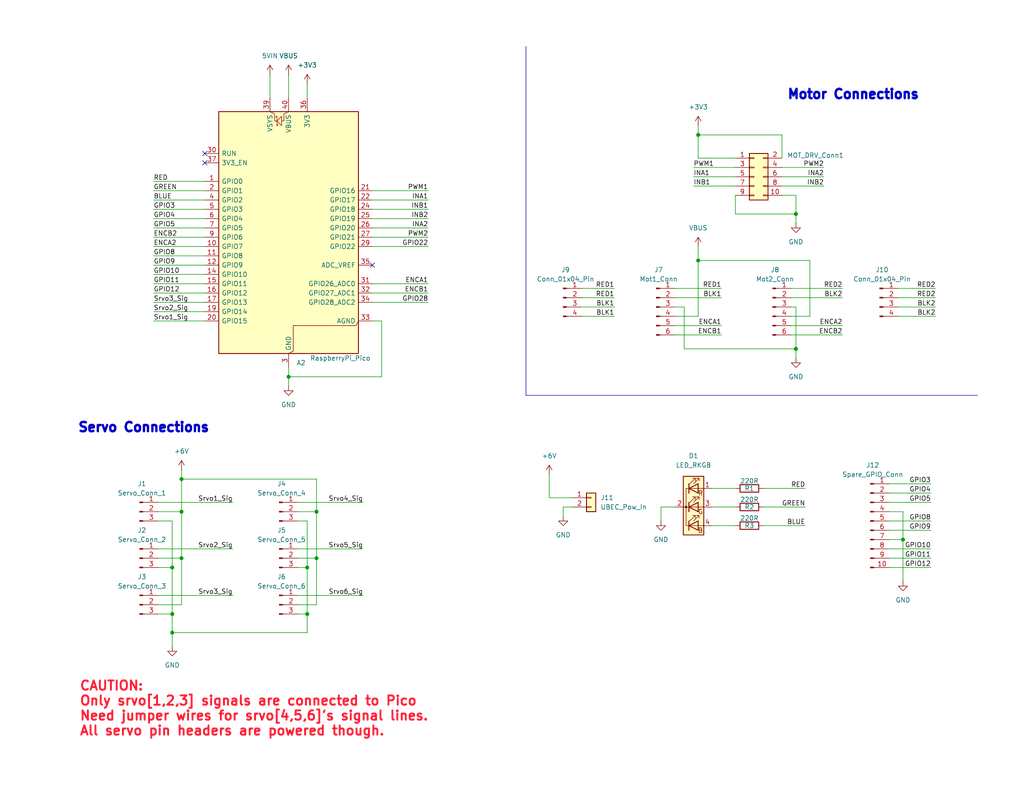
<source format=kicad_sch>
(kicad_sch (version 20250114) (generator "eeschema") (generator_version "9.0")
  (paper "USLetter")
  (lib_symbols
    (symbol "Connector:Conn_01x03_Pin" (pin_names (offset 1.016) (hide yes))
      (property "Reference" "J" (at 0 5.08 0))
      (property "Value" "Conn_01x03_Pin" (at 0 -5.08 0))
      (symbol "Conn_01x03_Pin_1_1"
        (rectangle (start 0.8636 2.667) (end 0 2.413) (stroke (width 0.1524)) (fill (type outline)))
        (rectangle (start 0.8636 0.127) (end 0 -0.127) (stroke (width 0.1524)) (fill (type outline)))
        (rectangle (start 0.8636 -2.413) (end 0 -2.667) (stroke (width 0.1524)) (fill (type outline)))
        (polyline (pts (xy 1.27 2.54) (xy 0.8636 2.54)) (stroke (width 0.1524)))
        (polyline (pts (xy 1.27 0) (xy 0.8636 0)) (stroke (width 0.1524)))
        (polyline (pts (xy 1.27 -2.54) (xy 0.8636 -2.54)) (stroke (width 0.1524)))
        (pin passive line (at 5.08 2.54 180) (length 3.81) (name "Pin_1") (number "1"))
        (pin passive line (at 5.08 0 180) (length 3.81) (name "Pin_2") (number "2"))
        (pin passive line (at 5.08 -2.54 180) (length 3.81) (name "Pin_3") (number "3"))
      )
    )
    (symbol "Connector:Conn_01x04_Pin" (pin_names (offset 1.016) (hide yes))
      (property "Reference" "J" (at 0 5.08 0))
      (property "Value" "Conn_01x04_Pin" (at 0 -7.62 0))
      (symbol "Conn_01x04_Pin_1_1"
        (rectangle (start 0.8636 2.667) (end 0 2.413) (stroke (width 0.1524)) (fill (type outline)))
        (rectangle (start 0.8636 0.127) (end 0 -0.127) (stroke (width 0.1524)) (fill (type outline)))
        (rectangle (start 0.8636 -2.413) (end 0 -2.667) (stroke (width 0.1524)) (fill (type outline)))
        (rectangle (start 0.8636 -4.953) (end 0 -5.207) (stroke (width 0.1524)) (fill (type outline)))
        (polyline (pts (xy 1.27 2.54) (xy 0.8636 2.54)) (stroke (width 0.1524)))
        (polyline (pts (xy 1.27 0) (xy 0.8636 0)) (stroke (width 0.1524)))
        (polyline (pts (xy 1.27 -2.54) (xy 0.8636 -2.54)) (stroke (width 0.1524)))
        (polyline (pts (xy 1.27 -5.08) (xy 0.8636 -5.08)) (stroke (width 0.1524)))
        (pin passive line (at 5.08 2.54 180) (length 3.81) (name "Pin_1") (number "1"))
        (pin passive line (at 5.08 0 180) (length 3.81) (name "Pin_2") (number "2"))
        (pin passive line (at 5.08 -2.54 180) (length 3.81) (name "Pin_3") (number "3"))
        (pin passive line (at 5.08 -5.08 180) (length 3.81) (name "Pin_4") (number "4"))
      )
    )
    (symbol "Connector:Conn_01x06_Pin" (pin_names (offset 1.016) (hide yes))
      (property "Reference" "J" (at 0 7.62 0))
      (property "Value" "Conn_01x06_Pin" (at 0 -10.16 0))
      (symbol "Conn_01x06_Pin_1_1"
        (rectangle (start 0.8636 5.207) (end 0 4.953) (stroke (width 0.1524)) (fill (type outline)))
        (rectangle (start 0.8636 2.667) (end 0 2.413) (stroke (width 0.1524)) (fill (type outline)))
        (rectangle (start 0.8636 0.127) (end 0 -0.127) (stroke (width 0.1524)) (fill (type outline)))
        (rectangle (start 0.8636 -2.413) (end 0 -2.667) (stroke (width 0.1524)) (fill (type outline)))
        (rectangle (start 0.8636 -4.953) (end 0 -5.207) (stroke (width 0.1524)) (fill (type outline)))
        (rectangle (start 0.8636 -7.493) (end 0 -7.747) (stroke (width 0.1524)) (fill (type outline)))
        (polyline (pts (xy 1.27 5.08) (xy 0.8636 5.08)) (stroke (width 0.1524)))
        (polyline (pts (xy 1.27 2.54) (xy 0.8636 2.54)) (stroke (width 0.1524)))
        (polyline (pts (xy 1.27 0) (xy 0.8636 0)) (stroke (width 0.1524)))
        (polyline (pts (xy 1.27 -2.54) (xy 0.8636 -2.54)) (stroke (width 0.1524)))
        (polyline (pts (xy 1.27 -5.08) (xy 0.8636 -5.08)) (stroke (width 0.1524)))
        (polyline (pts (xy 1.27 -7.62) (xy 0.8636 -7.62)) (stroke (width 0.1524)))
        (pin passive line (at 5.08 5.08 180) (length 3.81) (name "Pin_1") (number "1"))
        (pin passive line (at 5.08 2.54 180) (length 3.81) (name "Pin_2") (number "2"))
        (pin passive line (at 5.08 0 180) (length 3.81) (name "Pin_3") (number "3"))
        (pin passive line (at 5.08 -2.54 180) (length 3.81) (name "Pin_4") (number "4"))
        (pin passive line (at 5.08 -5.08 180) (length 3.81) (name "Pin_5") (number "5"))
        (pin passive line (at 5.08 -7.62 180) (length 3.81) (name "Pin_6") (number "6"))
      )
    )
    (symbol "Connector:Conn_01x10_Pin" (pin_names (offset 1.016) (hide yes))
      (property "Reference" "J" (at 0 12.7 0))
      (property "Value" "Conn_01x10_Pin" (at 0 -15.24 0))
      (symbol "Conn_01x10_Pin_1_1"
        (rectangle (start 0.8636 10.287) (end 0 10.033) (stroke (width 0.1524)) (fill (type outline)))
        (rectangle (start 0.8636 7.747) (end 0 7.493) (stroke (width 0.1524)) (fill (type outline)))
        (rectangle (start 0.8636 5.207) (end 0 4.953) (stroke (width 0.1524)) (fill (type outline)))
        (rectangle (start 0.8636 2.667) (end 0 2.413) (stroke (width 0.1524)) (fill (type outline)))
        (rectangle (start 0.8636 0.127) (end 0 -0.127) (stroke (width 0.1524)) (fill (type outline)))
        (rectangle (start 0.8636 -2.413) (end 0 -2.667) (stroke (width 0.1524)) (fill (type outline)))
        (rectangle (start 0.8636 -4.953) (end 0 -5.207) (stroke (width 0.1524)) (fill (type outline)))
        (rectangle (start 0.8636 -7.493) (end 0 -7.747) (stroke (width 0.1524)) (fill (type outline)))
        (rectangle (start 0.8636 -10.033) (end 0 -10.287) (stroke (width 0.1524)) (fill (type outline)))
        (rectangle (start 0.8636 -12.573) (end 0 -12.827) (stroke (width 0.1524)) (fill (type outline)))
        (polyline (pts (xy 1.27 10.16) (xy 0.8636 10.16)) (stroke (width 0.1524)))
        (polyline (pts (xy 1.27 7.62) (xy 0.8636 7.62)) (stroke (width 0.1524)))
        (polyline (pts (xy 1.27 5.08) (xy 0.8636 5.08)) (stroke (width 0.1524)))
        (polyline (pts (xy 1.27 2.54) (xy 0.8636 2.54)) (stroke (width 0.1524)))
        (polyline (pts (xy 1.27 0) (xy 0.8636 0)) (stroke (width 0.1524)))
        (polyline (pts (xy 1.27 -2.54) (xy 0.8636 -2.54)) (stroke (width 0.1524)))
        (polyline (pts (xy 1.27 -5.08) (xy 0.8636 -5.08)) (stroke (width 0.1524)))
        (polyline (pts (xy 1.27 -7.62) (xy 0.8636 -7.62)) (stroke (width 0.1524)))
        (polyline (pts (xy 1.27 -10.16) (xy 0.8636 -10.16)) (stroke (width 0.1524)))
        (polyline (pts (xy 1.27 -12.7) (xy 0.8636 -12.7)) (stroke (width 0.1524)))
        (pin passive line (at 5.08 10.16 180) (length 3.81) (name "Pin_1") (number "1"))
        (pin passive line (at 5.08 7.62 180) (length 3.81) (name "Pin_2") (number "2"))
        (pin passive line (at 5.08 5.08 180) (length 3.81) (name "Pin_3") (number "3"))
        (pin passive line (at 5.08 2.54 180) (length 3.81) (name "Pin_4") (number "4"))
        (pin passive line (at 5.08 0 180) (length 3.81) (name "Pin_5") (number "5"))
        (pin passive line (at 5.08 -2.54 180) (length 3.81) (name "Pin_6") (number "6"))
        (pin passive line (at 5.08 -5.08 180) (length 3.81) (name "Pin_7") (number "7"))
        (pin passive line (at 5.08 -7.62 180) (length 3.81) (name "Pin_8") (number "8"))
        (pin passive line (at 5.08 -10.16 180) (length 3.81) (name "Pin_9") (number "9"))
        (pin passive line (at 5.08 -12.7 180) (length 3.81) (name "Pin_10") (number "10"))
      )
    )
    (symbol "Connector_Generic:Conn_01x02" (pin_names (offset 1.016) (hide yes))
      (property "Reference" "J" (at 0 2.54 0))
      (property "Value" "Conn_01x02" (at 0 -5.08 0))
      (symbol "Conn_01x02_1_1"
        (rectangle (start -1.27 1.27) (end 1.27 -3.81) (stroke (width 0.254)) (fill (type background)))
        (rectangle (start -1.27 0.127) (end 0 -0.127) (stroke (width 0.1524)))
        (rectangle (start -1.27 -2.413) (end 0 -2.667) (stroke (width 0.1524)))
        (pin passive line (at -5.08 0 0) (length 3.81) (name "Pin_1") (number "1"))
        (pin passive line (at -5.08 -2.54 0) (length 3.81) (name "Pin_2") (number "2"))
      )
    )
    (symbol "Connector_Generic:Conn_02x05_Odd_Even" (pin_names (offset 1.016) (hide yes))
      (property "Reference" "J" (at 1.27 7.62 0))
      (property "Value" "Conn_02x05_Odd_Even" (at 1.27 -7.62 0))
      (symbol "Conn_02x05_Odd_Even_1_1"
        (rectangle (start -1.27 6.35) (end 3.81 -6.35) (stroke (width 0.254)) (fill (type background)))
        (rectangle (start -1.27 5.207) (end 0 4.953) (stroke (width 0.1524)))
        (rectangle (start -1.27 2.667) (end 0 2.413) (stroke (width 0.1524)))
        (rectangle (start -1.27 0.127) (end 0 -0.127) (stroke (width 0.1524)))
        (rectangle (start -1.27 -2.413) (end 0 -2.667) (stroke (width 0.1524)))
        (rectangle (start -1.27 -4.953) (end 0 -5.207) (stroke (width 0.1524)))
        (rectangle (start 3.81 5.207) (end 2.54 4.953) (stroke (width 0.1524)))
        (rectangle (start 3.81 2.667) (end 2.54 2.413) (stroke (width 0.1524)))
        (rectangle (start 3.81 0.127) (end 2.54 -0.127) (stroke (width 0.1524)))
        (rectangle (start 3.81 -2.413) (end 2.54 -2.667) (stroke (width 0.1524)))
        (rectangle (start 3.81 -4.953) (end 2.54 -5.207) (stroke (width 0.1524)))
        (pin passive line (at -5.08 5.08 0) (length 3.81) (name "Pin_1") (number "1"))
        (pin passive line (at -5.08 2.54 0) (length 3.81) (name "Pin_3") (number "3"))
        (pin passive line (at -5.08 0 0) (length 3.81) (name "Pin_5") (number "5"))
        (pin passive line (at -5.08 -2.54 0) (length 3.81) (name "Pin_7") (number "7"))
        (pin passive line (at -5.08 -5.08 0) (length 3.81) (name "Pin_9") (number "9"))
        (pin passive line (at 7.62 5.08 180) (length 3.81) (name "Pin_2") (number "2"))
        (pin passive line (at 7.62 2.54 180) (length 3.81) (name "Pin_4") (number "4"))
        (pin passive line (at 7.62 0 180) (length 3.81) (name "Pin_6") (number "6"))
        (pin passive line (at 7.62 -2.54 180) (length 3.81) (name "Pin_8") (number "8"))
        (pin passive line (at 7.62 -5.08 180) (length 3.81) (name "Pin_10") (number "10"))
      )
    )
    (symbol "Device:LED_RKGB" (pin_names (offset 0) (hide yes))
      (property "Reference" "D" (at 0 9.398 0))
      (property "Value" "LED_RKGB" (at 0 -8.89 0))
      (symbol "LED_RKGB_0_0"
        (text "R" (at 1.905 3.81 0) (effects (font (size 1.27 1.27))))
        (text "G" (at 1.905 -1.27 0) (effects (font (size 1.27 1.27))))
        (text "B" (at 1.905 -6.35 0) (effects (font (size 1.27 1.27))))
      )
      (symbol "LED_RKGB_0_1"
        (circle (center -2.032 0) (radius 0.254) (fill (type outline)))
        (polyline (pts (xy -1.27 6.35) (xy -1.27 3.81)) (stroke (width 0.254)))
        (polyline (pts (xy -1.27 6.35) (xy -1.27 3.81) (xy -1.27 3.81)))
        (polyline (pts (xy -1.27 5.08) (xy 1.27 5.08)))
        (polyline (pts (xy -1.27 5.08) (xy -2.032 5.08) (xy -2.032 -5.08) (xy -1.016 -5.08)))
        (polyline (pts (xy -1.27 1.27) (xy -1.27 -1.27)) (stroke (width 0.254)))
        (polyline (pts (xy -1.27 1.27) (xy -1.27 -1.27) (xy -1.27 -1.27)))
        (polyline (pts (xy -1.27 0) (xy -2.54 0)))
        (polyline (pts (xy -1.27 -3.81) (xy -1.27 -6.35)) (stroke (width 0.254)))
        (polyline (pts (xy -1.27 -5.08) (xy 1.27 -5.08)))
        (polyline (pts (xy -1.016 6.35) (xy 0.508 7.874) (xy -0.254 7.874) (xy 0.508 7.874) (xy 0.508 7.112)))
        (polyline (pts (xy -1.016 1.27) (xy 0.508 2.794) (xy -0.254 2.794) (xy 0.508 2.794) (xy 0.508 2.032)))
        (polyline (pts (xy -1.016 -3.81) (xy 0.508 -2.286) (xy -0.254 -2.286) (xy 0.508 -2.286) (xy 0.508 -3.048)))
        (polyline (pts (xy 0 6.35) (xy 1.524 7.874) (xy 0.762 7.874) (xy 1.524 7.874) (xy 1.524 7.112)))
        (polyline (pts (xy 0 1.27) (xy 1.524 2.794) (xy 0.762 2.794) (xy 1.524 2.794) (xy 1.524 2.032)))
        (polyline (pts (xy 0 -3.81) (xy 1.524 -2.286) (xy 0.762 -2.286) (xy 1.524 -2.286) (xy 1.524 -3.048)))
        (polyline (pts (xy 1.27 6.35) (xy 1.27 3.81) (xy -1.27 5.08) (xy 1.27 6.35)) (stroke (width 0.254)))
        (rectangle (start 1.27 6.35) (end 1.27 6.35))
        (polyline (pts (xy 1.27 5.08) (xy 2.54 5.08)))
        (rectangle (start 1.27 3.81) (end 1.27 6.35))
        (polyline (pts (xy 1.27 1.27) (xy 1.27 -1.27) (xy -1.27 0) (xy 1.27 1.27)) (stroke (width 0.254)))
        (rectangle (start 1.27 1.27) (end 1.27 1.27))
        (polyline (pts (xy 1.27 0) (xy -1.27 0)))
        (polyline (pts (xy 1.27 0) (xy 2.54 0)))
        (rectangle (start 1.27 -1.27) (end 1.27 1.27))
        (polyline (pts (xy 1.27 -3.81) (xy 1.27 -6.35) (xy -1.27 -5.08) (xy 1.27 -3.81)) (stroke (width 0.254)))
        (polyline (pts (xy 1.27 -5.08) (xy 2.54 -5.08)))
        (rectangle (start 2.794 8.382) (end -2.794 -7.62) (stroke (width 0.254)) (fill (type background)))
      )
      (symbol "LED_RKGB_1_1"
        (pin passive line (at -5.08 0 0) (length 2.54) (name "K") (number "2"))
        (pin passive line (at 5.08 5.08 180) (length 2.54) (name "RA") (number "1"))
        (pin passive line (at 5.08 0 180) (length 2.54) (name "GA") (number "3"))
        (pin passive line (at 5.08 -5.08 180) (length 2.54) (name "BA") (number "4"))
      )
    )
    (symbol "Device:R" (pin_numbers (hide yes)) (pin_names (offset 0))
      (property "Reference" "R" (at 2.032 0 90))
      (property "Value" "R" (at 0 0 90))
      (symbol "R_0_1"
        (rectangle (start -1.016 -2.54) (end 1.016 2.54) (stroke (width 0.254)))
      )
      (symbol "R_1_1"
        (pin passive line (at 0 3.81 270) (length 1.27) (name "~") (number "1"))
        (pin passive line (at 0 -3.81 90) (length 1.27) (name "~") (number "2"))
      )
    )
    (symbol "MCU_Module:RaspberryPi_Pico" (pin_names (offset 0.762))
      (property "Reference" "A" (at -19.05 35.56 0))
      (property "Value" "RaspberryPi_Pico" (at 7.62 35.56 0))
      (symbol "RaspberryPi_Pico_0_1"
        (rectangle (start -19.05 34.29) (end 19.05 -31.75) (stroke (width 0.254)) (fill (type background)))
        (polyline (pts (xy -5.08 34.29) (xy -3.81 33.655) (xy -3.81 31.75) (xy -3.175 31.75)))
        (polyline (pts (xy -3.429 32.766) (xy -3.429 33.02) (xy -3.175 33.02) (xy -3.175 30.48) (xy -2.921 30.48) (xy -2.921 30.734)))
        (polyline (pts (xy -3.175 31.75) (xy -1.905 33.02) (xy -1.905 30.48) (xy -3.175 31.75)))
        (polyline (pts (xy 0 34.29) (xy -1.27 33.655) (xy -1.27 31.75) (xy -1.905 31.75)))
        (polyline (pts (xy 0 -31.75) (xy 1.27 -31.115) (xy 1.27 -24.13) (xy 18.415 -24.13) (xy 19.05 -22.86)))
      )
      (symbol "RaspberryPi_Pico_1_1"
        (pin passive line (at -22.86 22.86 0) (length 3.81) (name "RUN") (number "30"))
        (pin passive line (at -22.86 20.32 0) (length 3.81) (name "3V3_EN") (number "37"))
        (pin bidirectional line (at -22.86 15.24 0) (length 3.81) (name "GPIO0") (number "1"))
        (pin bidirectional line (at -22.86 12.7 0) (length 3.81) (name "GPIO1") (number "2"))
        (pin bidirectional line (at -22.86 10.16 0) (length 3.81) (name "GPIO2") (number "4"))
        (pin bidirectional line (at -22.86 7.62 0) (length 3.81) (name "GPIO3") (number "5"))
        (pin bidirectional line (at -22.86 5.08 0) (length 3.81) (name "GPIO4") (number "6"))
        (pin bidirectional line (at -22.86 2.54 0) (length 3.81) (name "GPIO5") (number "7"))
        (pin bidirectional line (at -22.86 0 0) (length 3.81) (name "GPIO6") (number "9"))
        (pin bidirectional line (at -22.86 -2.54 0) (length 3.81) (name "GPIO7") (number "10"))
        (pin bidirectional line (at -22.86 -5.08 0) (length 3.81) (name "GPIO8") (number "11"))
        (pin bidirectional line (at -22.86 -7.62 0) (length 3.81) (name "GPIO9") (number "12"))
        (pin bidirectional line (at -22.86 -10.16 0) (length 3.81) (name "GPIO10") (number "14"))
        (pin bidirectional line (at -22.86 -12.7 0) (length 3.81) (name "GPIO11") (number "15"))
        (pin bidirectional line (at -22.86 -15.24 0) (length 3.81) (name "GPIO12") (number "16"))
        (pin bidirectional line (at -22.86 -17.78 0) (length 3.81) (name "GPIO13") (number "17"))
        (pin bidirectional line (at -22.86 -20.32 0) (length 3.81) (name "GPIO14") (number "19"))
        (pin bidirectional line (at -22.86 -22.86 0) (length 3.81) (name "GPIO15") (number "20"))
        (pin power_in line (at -5.08 38.1 270) (length 3.81) (name "VSYS") (number "39"))
        (pin power_out line (at 0 38.1 270) (length 3.81) (name "VBUS") (number "40"))
        (pin passive line (at 0 -35.56 90) (length 3.81) (hide yes) (name "GND") (number "13"))
        (pin passive line (at 0 -35.56 90) (length 3.81) (hide yes) (name "GND") (number "18"))
        (pin passive line (at 0 -35.56 90) (length 3.81) (hide yes) (name "GND") (number "23"))
        (pin passive line (at 0 -35.56 90) (length 3.81) (hide yes) (name "GND") (number "28"))
        (pin power_out line (at 0 -35.56 90) (length 3.81) (name "GND") (number "3"))
        (pin passive line (at 0 -35.56 90) (length 3.81) (hide yes) (name "GND") (number "38"))
        (pin passive line (at 0 -35.56 90) (length 3.81) (hide yes) (name "GND") (number "8"))
        (pin power_out line (at 5.08 38.1 270) (length 3.81) (name "3V3") (number "36"))
        (pin bidirectional line (at 22.86 12.7 180) (length 3.81) (name "GPIO16") (number "21"))
        (pin bidirectional line (at 22.86 10.16 180) (length 3.81) (name "GPIO17") (number "22"))
        (pin bidirectional line (at 22.86 7.62 180) (length 3.81) (name "GPIO18") (number "24"))
        (pin bidirectional line (at 22.86 5.08 180) (length 3.81) (name "GPIO19") (number "25"))
        (pin bidirectional line (at 22.86 2.54 180) (length 3.81) (name "GPIO20") (number "26"))
        (pin bidirectional line (at 22.86 0 180) (length 3.81) (name "GPIO21") (number "27"))
        (pin bidirectional line (at 22.86 -2.54 180) (length 3.81) (name "GPIO22") (number "29"))
        (pin power_in line (at 22.86 -7.62 180) (length 3.81) (name "ADC_VREF") (number "35"))
        (pin bidirectional line (at 22.86 -12.7 180) (length 3.81) (name "GPIO26_ADC0") (number "31"))
        (pin bidirectional line (at 22.86 -15.24 180) (length 3.81) (name "GPIO27_ADC1") (number "32"))
        (pin bidirectional line (at 22.86 -17.78 180) (length 3.81) (name "GPIO28_ADC2") (number "34"))
        (pin power_out line (at 22.86 -22.86 180) (length 3.81) (name "AGND") (number "33"))
      )
    )
    (symbol "power:+3V3" (power) (pin_numbers (hide yes)) (pin_names (offset 0) (hide yes))
      (property "Value" "+3V3" (at 0 3.556 0))
      (symbol "+3V3_0_1"
        (polyline (pts (xy -0.762 1.27) (xy 0 2.54)))
        (polyline (pts (xy 0 2.54) (xy 0.762 1.27)))
        (polyline (pts (xy 0 0) (xy 0 2.54)))
      )
      (symbol "+3V3_1_1"
        (pin power_in line (at 0 0 90) (length 0) (name "~") (number "1"))
      )
    )
    (symbol "power:+6V" (power) (pin_numbers (hide yes)) (pin_names (offset 0) (hide yes))
      (property "Value" "+6V" (at 0 3.556 0))
      (symbol "+6V_0_1"
        (polyline (pts (xy -0.762 1.27) (xy 0 2.54)))
        (polyline (pts (xy 0 2.54) (xy 0.762 1.27)))
        (polyline (pts (xy 0 0) (xy 0 2.54)))
      )
      (symbol "+6V_1_1"
        (pin power_in line (at 0 0 90) (length 0) (name "~") (number "1"))
      )
    )
    (symbol "power:GND" (power) (pin_numbers (hide yes)) (pin_names (offset 0) (hide yes))
      (property "Value" "GND" (at 0 -3.81 0))
      (symbol "GND_0_1"
        (polyline (pts (xy 0 0) (xy 0 -1.27) (xy 1.27 -1.27) (xy 0 -2.54) (xy -1.27 -1.27) (xy 0 -1.27)))
      )
      (symbol "GND_1_1"
        (pin power_in line (at 0 0 270) (length 0) (name "~") (number "1"))
      )
    )
  )
  (text "CAUTION:\nOnly srvo[1,2,3] signals are connected to Pico\nNeed jumper wires for srvo[4,5,6]'s signal lines.\nAll servo pin headers are powered though." (at 21.59 193.548 0) (effects (font (size 2.54 2.54) (thickness 0.508) (bold yes)) (justify left)))
  (text "Servo Connections" (at 21.082 116.84 0) (effects (font (size 2.54 2.54) (thickness 0.762) (bold yes)) (justify left)))
  (text "Motor Connections" (at 214.63 25.908 0) (effects (font (size 2.54 2.54) (thickness 0.762) (bold yes)) (justify left)))
  (junction (at 49.53 139.7))
  (junction (at 190.5 71.12))
  (junction (at 86.36 152.4))
  (junction (at 78.74 102.87))
  (junction (at 46.99 154.94))
  (junction (at 217.17 95.25))
  (junction (at 83.82 154.94))
  (junction (at 49.53 130.81))
  (junction (at 83.82 167.64))
  (junction (at 49.53 152.4))
  (junction (at 190.5 36.83))
  (junction (at 46.99 172.72))
  (junction (at 246.38 147.32))
  (junction (at 46.99 167.64))
  (junction (at 217.17 58.42))
  (junction (at 86.36 139.7))
  (no_connect (at 55.88 41.91))
  (no_connect (at 101.6 72.39))
  (no_connect (at 55.88 44.45))
  (wire (pts (xy 158.75 78.74) (xy 167.64 78.74)))
  (wire (pts (xy 101.6 77.47) (xy 116.84 77.47)))
  (wire (pts (xy 101.6 64.77) (xy 116.84 64.77)))
  (wire (pts (xy 242.57 137.16) (xy 254 137.16)))
  (wire (pts (xy 189.23 48.26) (xy 200.66 48.26)))
  (wire (pts (xy 78.74 102.87) (xy 78.74 105.41)))
  (wire (pts (xy 215.9 88.9) (xy 229.87 88.9)))
  (wire (pts (xy 81.28 139.7) (xy 86.36 139.7)))
  (wire (pts (xy 49.53 130.81) (xy 49.53 139.7)))
  (wire (pts (xy 81.28 149.86) (xy 99.06 149.86)))
  (wire (pts (xy 245.11 78.74) (xy 255.27 78.74)))
  (wire (pts (xy 200.66 43.18) (xy 190.5 43.18)))
  (wire (pts (xy 49.53 130.81) (xy 86.36 130.81)))
  (wire (pts (xy 215.9 78.74) (xy 229.87 78.74)))
  (wire (pts (xy 200.66 58.42) (xy 217.17 58.42)))
  (wire (pts (xy 242.57 147.32) (xy 246.38 147.32)))
  (wire (pts (xy 43.18 154.94) (xy 46.99 154.94)))
  (wire (pts (xy 43.18 152.4) (xy 49.53 152.4)))
  (wire (pts (xy 101.6 87.63) (xy 104.14 87.63)))
  (wire (pts (xy 208.28 138.43) (xy 219.71 138.43)))
  (wire (pts (xy 208.28 143.51) (xy 219.71 143.51)))
  (wire (pts (xy 46.99 142.24) (xy 46.99 154.94)))
  (wire (pts (xy 83.82 167.64) (xy 83.82 172.72)))
  (wire (pts (xy 217.17 95.25) (xy 186.69 95.25)))
  (wire (pts (xy 41.91 69.85) (xy 55.88 69.85)))
  (wire (pts (xy 81.28 142.24) (xy 83.82 142.24)))
  (wire (pts (xy 245.11 83.82) (xy 255.27 83.82)))
  (wire (pts (xy 190.5 86.36) (xy 184.15 86.36)))
  (wire (pts (xy 43.18 165.1) (xy 49.53 165.1)))
  (wire (pts (xy 46.99 154.94) (xy 46.99 167.64)))
  (wire (pts (xy 242.57 142.24) (xy 254 142.24)))
  (wire (pts (xy 158.75 86.36) (xy 167.64 86.36)))
  (wire (pts (xy 73.66 20.32) (xy 73.66 26.67)))
  (wire (pts (xy 242.57 149.86) (xy 254 149.86)))
  (wire (pts (xy 41.91 77.47) (xy 55.88 77.47)))
  (wire (pts (xy 190.5 36.83) (xy 190.5 34.29)))
  (wire (pts (xy 242.57 139.7) (xy 246.38 139.7)))
  (wire (pts (xy 245.11 81.28) (xy 255.27 81.28)))
  (polyline (pts (xy 143.51 12.7) (xy 143.51 107.95)))
  (wire (pts (xy 215.9 91.44) (xy 229.87 91.44)))
  (wire (pts (xy 81.28 137.16) (xy 99.06 137.16)))
  (wire (pts (xy 190.5 67.31) (xy 190.5 71.12)))
  (wire (pts (xy 158.75 81.28) (xy 167.64 81.28)))
  (wire (pts (xy 41.91 67.31) (xy 55.88 67.31)))
  (polyline (pts (xy 143.51 107.95) (xy 266.7 107.95)))
  (wire (pts (xy 41.91 62.23) (xy 55.88 62.23)))
  (wire (pts (xy 186.69 83.82) (xy 186.69 95.25)))
  (wire (pts (xy 101.6 80.01) (xy 116.84 80.01)))
  (wire (pts (xy 101.6 54.61) (xy 116.84 54.61)))
  (wire (pts (xy 220.98 71.12) (xy 190.5 71.12)))
  (wire (pts (xy 208.28 133.35) (xy 219.71 133.35)))
  (wire (pts (xy 41.91 74.93) (xy 55.88 74.93)))
  (wire (pts (xy 43.18 167.64) (xy 46.99 167.64)))
  (wire (pts (xy 217.17 83.82) (xy 217.17 95.25)))
  (wire (pts (xy 41.91 85.09) (xy 55.88 85.09)))
  (wire (pts (xy 149.86 135.89) (xy 156.21 135.89)))
  (wire (pts (xy 246.38 139.7) (xy 246.38 147.32)))
  (wire (pts (xy 242.57 134.62) (xy 254 134.62)))
  (wire (pts (xy 153.67 140.97) (xy 153.67 138.43)))
  (wire (pts (xy 81.28 152.4) (xy 86.36 152.4)))
  (wire (pts (xy 41.91 52.07) (xy 55.88 52.07)))
  (wire (pts (xy 215.9 83.82) (xy 217.17 83.82)))
  (wire (pts (xy 81.28 154.94) (xy 83.82 154.94)))
  (wire (pts (xy 46.99 172.72) (xy 46.99 176.53)))
  (wire (pts (xy 101.6 67.31) (xy 116.84 67.31)))
  (wire (pts (xy 242.57 144.78) (xy 254 144.78)))
  (wire (pts (xy 213.36 43.18) (xy 213.36 36.83)))
  (wire (pts (xy 78.74 20.32) (xy 78.74 26.67)))
  (wire (pts (xy 83.82 142.24) (xy 83.82 154.94)))
  (wire (pts (xy 78.74 100.33) (xy 78.74 102.87)))
  (wire (pts (xy 184.15 88.9) (xy 196.85 88.9)))
  (wire (pts (xy 101.6 59.69) (xy 116.84 59.69)))
  (wire (pts (xy 194.31 133.35) (xy 200.66 133.35)))
  (wire (pts (xy 189.23 45.72) (xy 200.66 45.72)))
  (wire (pts (xy 184.15 91.44) (xy 196.85 91.44)))
  (wire (pts (xy 200.66 53.34) (xy 200.66 58.42)))
  (wire (pts (xy 242.57 154.94) (xy 254 154.94)))
  (wire (pts (xy 83.82 154.94) (xy 83.82 167.64)))
  (wire (pts (xy 81.28 167.64) (xy 83.82 167.64)))
  (wire (pts (xy 246.38 147.32) (xy 246.38 158.75)))
  (wire (pts (xy 101.6 62.23) (xy 116.84 62.23)))
  (wire (pts (xy 49.53 165.1) (xy 49.53 152.4)))
  (wire (pts (xy 41.91 49.53) (xy 55.88 49.53)))
  (wire (pts (xy 217.17 95.25) (xy 217.17 97.79)))
  (wire (pts (xy 149.86 129.54) (xy 149.86 135.89)))
  (wire (pts (xy 190.5 43.18) (xy 190.5 36.83)))
  (wire (pts (xy 41.91 54.61) (xy 55.88 54.61)))
  (wire (pts (xy 184.15 81.28) (xy 196.85 81.28)))
  (wire (pts (xy 184.15 138.43) (xy 180.34 138.43)))
  (wire (pts (xy 41.91 64.77) (xy 55.88 64.77)))
  (wire (pts (xy 41.91 80.01) (xy 55.88 80.01)))
  (wire (pts (xy 194.31 143.51) (xy 200.66 143.51)))
  (wire (pts (xy 104.14 102.87) (xy 78.74 102.87)))
  (wire (pts (xy 41.91 87.63) (xy 55.88 87.63)))
  (wire (pts (xy 86.36 139.7) (xy 86.36 130.81)))
  (wire (pts (xy 213.36 45.72) (xy 224.79 45.72)))
  (wire (pts (xy 83.82 22.86) (xy 83.82 26.67)))
  (wire (pts (xy 41.91 57.15) (xy 55.88 57.15)))
  (wire (pts (xy 184.15 83.82) (xy 186.69 83.82)))
  (wire (pts (xy 242.57 152.4) (xy 254 152.4)))
  (wire (pts (xy 86.36 165.1) (xy 86.36 152.4)))
  (wire (pts (xy 190.5 36.83) (xy 213.36 36.83)))
  (wire (pts (xy 104.14 87.63) (xy 104.14 102.87)))
  (wire (pts (xy 83.82 172.72) (xy 46.99 172.72)))
  (wire (pts (xy 184.15 78.74) (xy 196.85 78.74)))
  (wire (pts (xy 153.67 138.43) (xy 156.21 138.43)))
  (wire (pts (xy 46.99 167.64) (xy 46.99 172.72)))
  (wire (pts (xy 41.91 72.39) (xy 55.88 72.39)))
  (wire (pts (xy 49.53 152.4) (xy 49.53 139.7)))
  (wire (pts (xy 215.9 81.28) (xy 229.87 81.28)))
  (wire (pts (xy 86.36 152.4) (xy 86.36 139.7)))
  (wire (pts (xy 41.91 59.69) (xy 55.88 59.69)))
  (wire (pts (xy 49.53 139.7) (xy 43.18 139.7)))
  (wire (pts (xy 220.98 86.36) (xy 220.98 71.12)))
  (wire (pts (xy 101.6 57.15) (xy 116.84 57.15)))
  (wire (pts (xy 213.36 48.26) (xy 224.79 48.26)))
  (wire (pts (xy 215.9 86.36) (xy 220.98 86.36)))
  (wire (pts (xy 242.57 132.08) (xy 254 132.08)))
  (wire (pts (xy 213.36 53.34) (xy 217.17 53.34)))
  (wire (pts (xy 81.28 165.1) (xy 86.36 165.1)))
  (wire (pts (xy 213.36 50.8) (xy 224.79 50.8)))
  (wire (pts (xy 190.5 71.12) (xy 190.5 86.36)))
  (wire (pts (xy 217.17 53.34) (xy 217.17 58.42)))
  (wire (pts (xy 101.6 52.07) (xy 116.84 52.07)))
  (wire (pts (xy 49.53 128.27) (xy 49.53 130.81)))
  (wire (pts (xy 245.11 86.36) (xy 255.27 86.36)))
  (wire (pts (xy 81.28 162.56) (xy 99.06 162.56)))
  (wire (pts (xy 43.18 162.56) (xy 63.5 162.56)))
  (wire (pts (xy 43.18 142.24) (xy 46.99 142.24)))
  (wire (pts (xy 194.31 138.43) (xy 200.66 138.43)))
  (wire (pts (xy 158.75 83.82) (xy 167.64 83.82)))
  (wire (pts (xy 41.91 82.55) (xy 55.88 82.55)))
  (wire (pts (xy 180.34 138.43) (xy 180.34 142.24)))
  (wire (pts (xy 189.23 50.8) (xy 200.66 50.8)))
  (wire (pts (xy 43.18 137.16) (xy 63.5 137.16)))
  (wire (pts (xy 217.17 58.42) (xy 217.17 60.96)))
  (wire (pts (xy 43.18 149.86) (xy 63.5 149.86)))
  (wire (pts (xy 101.6 82.55) (xy 116.84 82.55)))
  (label "Srvo1_Sig" (at 63.5 137.16 180))
  (label "INB1" (at 189.23 50.8 0))
  (label "GPIO4" (at 254 134.62 180))
  (label "BLK2" (at 229.87 81.28 180))
  (label "RED1" (at 167.64 78.74 180))
  (label "GPIO3" (at 254 132.08 180))
  (label "BLUE" (at 41.91 54.61 0))
  (label "RED1" (at 196.85 78.74 180))
  (label "GPIO10" (at 254 149.86 180))
  (label "INA2" (at 116.84 62.23 180))
  (label "Srvo4_Sig" (at 99.06 137.16 180))
  (label "GREEN" (at 41.91 52.07 0))
  (label "GPIO4" (at 41.91 59.69 0))
  (label "RED2" (at 229.87 78.74 180))
  (label "INB1" (at 116.84 57.15 180))
  (label "BLK2" (at 255.27 86.36 180))
  (label "BLK1" (at 167.64 83.82 180))
  (label "RED" (at 219.71 133.35 180))
  (label "PWM2" (at 224.79 45.72 180))
  (label "RED" (at 41.91 49.53 0))
  (label "GPIO10" (at 41.91 74.93 0))
  (label "GPIO3" (at 41.91 57.15 0))
  (label "GPIO11" (at 41.91 77.47 0))
  (label "GREEN" (at 219.71 138.43 180))
  (label "GPIO9" (at 254 144.78 180))
  (label "INA1" (at 189.23 48.26 0))
  (label "ENCB2" (at 41.91 64.77 0))
  (label "GPIO5" (at 41.91 62.23 0))
  (label "RED2" (at 255.27 81.28 180))
  (label "GPIO9" (at 41.91 72.39 0))
  (label "Srvo3_Sig" (at 63.5 162.56 180))
  (label "Srvo6_Sig" (at 99.06 162.56 180))
  (label "GPIO22" (at 116.84 67.31 180))
  (label "Srvo5_Sig" (at 99.06 149.86 180))
  (label "INA1" (at 116.84 54.61 180))
  (label "GPIO11" (at 254 152.4 180))
  (label "ENCA1" (at 116.84 77.47 180))
  (label "BLUE" (at 219.71 143.51 180))
  (label "RED2" (at 255.27 78.74 180))
  (label "Srvo2_Sig" (at 63.5 149.86 180))
  (label "ENCA2" (at 229.87 88.9 180))
  (label "BLK1" (at 196.85 81.28 180))
  (label "INA2" (at 224.79 48.26 180))
  (label "Srvo2_Sig" (at 41.91 85.09 0))
  (label "PWM1" (at 116.84 52.07 180))
  (label "PWM2" (at 116.84 64.77 180))
  (label "BLK2" (at 255.27 83.82 180))
  (label "ENCB1" (at 116.84 80.01 180))
  (label "ENCB2" (at 229.87 91.44 180))
  (label "GPIO5" (at 254 137.16 180))
  (label "GPIO28" (at 116.84 82.55 180))
  (label "GPIO8" (at 41.91 69.85 0))
  (label "GPIO8" (at 254 142.24 180))
  (label "Srvo1_Sig" (at 41.91 87.63 0))
  (label "ENCA1" (at 196.85 88.9 180))
  (label "BLK1" (at 167.64 86.36 180))
  (label "ENCA2" (at 41.91 67.31 0))
  (label "ENCB1" (at 196.85 91.44 180))
  (label "PWM1" (at 189.23 45.72 0))
  (label "GPIO12" (at 41.91 80.01 0))
  (label "INB2" (at 116.84 59.69 180))
  (label "RED1" (at 167.64 81.28 180))
  (label "INB2" (at 224.79 50.8 180))
  (label "GPIO12" (at 254 154.94 180))
  (label "Srvo3_Sig" (at 41.91 82.55 0))
  (symbol (lib_id "power:+3V3") (at 190.5 67.31 0) (unit 1)
    (property "Reference" "#PWR08" (effects (hide yes)))
    (property "Value" "VBUS" (at 190.5 62.23 0))
    (property "Description" "Power symbol creates a global label with name \"+3V3\"" (effects (hide yes)))
  )
  (symbol (lib_id "Connector:Conn_01x06_Pin") (at 210.82 83.82 0) (unit 1)
    (property "Reference" "J8" (at 211.455 73.66 0))
    (property "Value" "Mot2_Conn" (at 211.455 76.2 0))
    (property "Footprint" "Connector_PinHeader_2.54mm:PinHeader_1x06_P2.54mm_Vertical" (effects (hide yes)))
    (property "Description" "Generic connector, single row, 01x06, script generated" (effects (hide yes)))
  )
  (symbol (lib_id "Connector:Conn_01x03_Pin") (at 38.1 139.7 0) (unit 1)
    (property "Reference" "J1" (at 38.735 132.08 0))
    (property "Value" "Servo_Conn_1" (at 38.735 134.62 0))
    (property "Footprint" "Connector_PinHeader_2.54mm:PinHeader_1x03_P2.54mm_Vertical" (effects (hide yes)))
    (property "Description" "Generic connector, single row, 01x03, script generated" (effects (hide yes)))
  )
  (symbol (lib_id "Connector_Generic:Conn_01x02") (at 161.29 135.89 0) (unit 1)
    (property "Reference" "J11" (at 163.83 135.8899 0) (effects (justify left)))
    (property "Value" "UBEC_Pow_In" (at 163.83 138.4299 0) (effects (justify left)))
    (property "Footprint" "Connector_PinHeader_2.54mm:PinHeader_1x02_P2.54mm_Horizontal" (effects (hide yes)))
    (property "Description" "Generic connector, single row, 01x02, script generated (kicad-library-utils/schlib/autogen/connector/)" (effects (hide yes)))
  )
  (symbol (lib_id "power:GND") (at 46.99 176.53 0) (unit 1)
    (property "Reference" "#PWR07" (effects (hide yes)))
    (property "Value" "GND" (at 46.99 181.61 0))
    (property "Description" "Power symbol creates a global label with name \"GND\" , ground" (effects (hide yes)))
  )
  (symbol (lib_id "Connector_Generic:Conn_02x05_Odd_Even") (at 205.74 48.26 0) (unit 1)
    (property "Reference" "MOT_DRV_Conn1" (at 222.504 42.418 0))
    (property "Value" "Conn_02x05_Odd_Even" (effects (hide yes)))
    (property "Footprint" "Connector_PinHeader_2.54mm:PinHeader_2x05_P2.54mm_Vertical" (effects (hide yes)))
    (property "Description" "Generic connector, double row, 02x05, odd/even pin numbering scheme (row 1 odd numbers, row 2 even numbers), script generated (kicad-library-utils/schlib/autogen/connector/)" (effects (hide yes)))
  )
  (symbol (lib_id "Connector:Conn_01x03_Pin") (at 76.2 165.1 0) (unit 1)
    (property "Reference" "J6" (at 76.835 157.48 0))
    (property "Value" "Servo_Conn_6" (at 76.835 160.02 0))
    (property "Footprint" "Connector_PinHeader_2.54mm:PinHeader_1x03_P2.54mm_Vertical" (effects (hide yes)))
    (property "Description" "Generic connector, single row, 01x03, script generated" (effects (hide yes)))
  )
  (symbol (lib_id "Device:LED_RKGB") (at 189.23 138.43 0) (unit 1)
    (property "Reference" "D1" (at 189.23 124.46 0))
    (property "Value" "LED_RKGB" (at 189.23 127 0))
    (property "Footprint" "LED_THT:LED_D5.0mm-4_RGB_Wide_Pins" (effects (hide yes)))
    (property "Description" "RGB LED, red/cathode/green/blue" (effects (hide yes)))
  )
  (symbol (lib_id "Device:R") (at 204.47 133.35 90) (unit 1)
    (property "Reference" "R1" (at 204.47 133.35 90))
    (property "Value" "220R" (at 204.47 131.318 90))
    (property "Footprint" "Resistor_THT:R_Axial_DIN0207_L6.3mm_D2.5mm_P7.62mm_Horizontal" (effects (hide yes)))
    (property "Description" "Resistor" (effects (hide yes)))
  )
  (symbol (lib_id "Connector:Conn_01x04_Pin") (at 240.03 81.28 0) (unit 1)
    (property "Reference" "J10" (at 240.665 73.66 0))
    (property "Value" "Conn_01x04_Pin" (at 240.665 76.2 0))
    (property "Footprint" "Connector_PinHeader_2.54mm:PinHeader_1x04_P2.54mm_Vertical" (effects (hide yes)))
    (property "Description" "Generic connector, single row, 01x04, script generated" (effects (hide yes)))
  )
  (symbol (lib_id "Connector:Conn_01x03_Pin") (at 76.2 139.7 0) (unit 1)
    (property "Reference" "J4" (at 76.835 132.08 0))
    (property "Value" "Servo_Conn_4" (at 76.835 134.62 0))
    (property "Footprint" "Connector_PinHeader_2.54mm:PinHeader_1x03_P2.54mm_Vertical" (effects (hide yes)))
    (property "Description" "Generic connector, single row, 01x03, script generated" (effects (hide yes)))
  )
  (symbol (lib_id "power:GND") (at 246.38 158.75 0) (unit 1)
    (property "Reference" "#PWR013" (effects (hide yes)))
    (property "Value" "GND" (at 246.38 163.83 0))
    (property "Description" "Power symbol creates a global label with name \"GND\" , ground" (effects (hide yes)))
  )
  (symbol (lib_id "power:+3V3") (at 78.74 20.32 0) (unit 1)
    (property "Reference" "#PWR05" (effects (hide yes)))
    (property "Value" "VBUS" (at 78.74 15.24 0))
    (property "Description" "Power symbol creates a global label with name \"+3V3\"" (effects (hide yes)))
  )
  (symbol (lib_id "power:+3V3") (at 73.66 20.32 0) (unit 1)
    (property "Reference" "#PWR014" (effects (hide yes)))
    (property "Value" "5VIN" (at 73.66 15.24 0))
    (property "Description" "Power symbol creates a global label with name \"+3V3\"" (effects (hide yes)))
  )
  (symbol (lib_id "power:+3V3") (at 83.82 22.86 0) (unit 1)
    (property "Reference" "#PWR04" (effects (hide yes)))
    (property "Value" "+3V3" (at 83.82 17.78 0))
    (property "Description" "Power symbol creates a global label with name \"+3V3\"" (effects (hide yes)))
  )
  (symbol (lib_id "Connector:Conn_01x03_Pin") (at 76.2 152.4 0) (unit 1)
    (property "Reference" "J5" (at 76.835 144.78 0))
    (property "Value" "Servo_Conn_5" (at 76.835 147.32 0))
    (property "Footprint" "Connector_PinHeader_2.54mm:PinHeader_1x03_P2.54mm_Vertical" (effects (hide yes)))
    (property "Description" "Generic connector, single row, 01x03, script generated" (effects (hide yes)))
  )
  (symbol (lib_id "Device:R") (at 204.47 138.43 90) (unit 1)
    (property "Reference" "R2" (at 204.47 138.43 90))
    (property "Value" "220R" (at 204.47 136.398 90))
    (property "Footprint" "Resistor_THT:R_Axial_DIN0207_L6.3mm_D2.5mm_P7.62mm_Horizontal" (effects (hide yes)))
    (property "Description" "Resistor" (effects (hide yes)))
  )
  (symbol (lib_id "Connector:Conn_01x03_Pin") (at 38.1 152.4 0) (unit 1)
    (property "Reference" "J2" (at 38.735 144.78 0))
    (property "Value" "Servo_Conn_2" (at 38.735 147.32 0))
    (property "Footprint" "Connector_PinHeader_2.54mm:PinHeader_1x03_P2.54mm_Vertical" (effects (hide yes)))
    (property "Description" "Generic connector, single row, 01x03, script generated" (effects (hide yes)))
  )
  (symbol (lib_id "power:GND") (at 180.34 142.24 0) (unit 1)
    (property "Reference" "#PWR010" (effects (hide yes)))
    (property "Value" "GND" (at 180.34 147.32 0))
    (property "Description" "Power symbol creates a global label with name \"GND\" , ground" (effects (hide yes)))
  )
  (symbol (lib_id "power:+6V") (at 49.53 128.27 0) (unit 1)
    (property "Reference" "#PWR06" (effects (hide yes)))
    (property "Value" "+6V" (at 49.53 123.19 0))
    (property "Description" "Power symbol creates a global label with name \"+6V\"" (effects (hide yes)))
  )
  (symbol (lib_id "Device:R") (at 204.47 143.51 90) (unit 1)
    (property "Reference" "R3" (at 204.47 143.51 90))
    (property "Value" "220R" (at 204.47 141.478 90))
    (property "Footprint" "Resistor_THT:R_Axial_DIN0207_L6.3mm_D2.5mm_P7.62mm_Horizontal" (effects (hide yes)))
    (property "Description" "Resistor" (effects (hide yes)))
  )
  (symbol (lib_id "Connector:Conn_01x06_Pin") (at 179.07 83.82 0) (unit 1)
    (property "Reference" "J7" (at 179.705 73.66 0))
    (property "Value" "Mot1_Conn" (at 179.705 76.2 0))
    (property "Footprint" "Connector_PinHeader_2.54mm:PinHeader_1x06_P2.54mm_Vertical" (effects (hide yes)))
    (property "Description" "Generic connector, single row, 01x06, script generated" (effects (hide yes)))
  )
  (symbol (lib_id "power:+3V3") (at 190.5 34.29 0) (unit 1)
    (property "Reference" "#PWR01" (effects (hide yes)))
    (property "Value" "+3V3" (at 190.5 29.21 0))
    (property "Description" "Power symbol creates a global label with name \"+3V3\"" (effects (hide yes)))
  )
  (symbol (lib_id "power:GND") (at 217.17 97.79 0) (unit 1)
    (property "Reference" "#PWR09" (effects (hide yes)))
    (property "Value" "GND" (at 217.17 102.87 0))
    (property "Description" "Power symbol creates a global label with name \"GND\" , ground" (effects (hide yes)))
  )
  (symbol (lib_id "power:GND") (at 217.17 60.96 0) (unit 1)
    (property "Reference" "#PWR02" (effects (hide yes)))
    (property "Value" "GND" (at 217.17 66.04 0))
    (property "Description" "Power symbol creates a global label with name \"GND\" , ground" (effects (hide yes)))
  )
  (symbol (lib_id "MCU_Module:RaspberryPi_Pico") (at 78.74 64.77 0) (unit 1)
    (property "Reference" "A2" (at 80.8833 99.06 0) (effects (justify left)))
    (property "Value" "RaspberryPi_Pico" (at 84.582 97.79 0) (effects (justify left)))
    (property "Footprint" "Module:RaspberryPi_Pico_Common_Unspecified" (effects (hide yes)))
    (property "Datasheet" "https://datasheets.raspberrypi.com/pico/pico-datasheet.pdf" (effects (hide yes)))
    (property "Description" "Versatile and inexpensive microcontroller module powered by RP2040 dual-core Arm Cortex-M0+ processor up to 133 MHz, 264kB SRAM, 2MB QSPI flash; also supports Raspberry Pi Pico 2" (effects (hide yes)))
  )
  (symbol (lib_id "power:GND") (at 78.74 105.41 0) (unit 1)
    (property "Reference" "#PWR03" (effects (hide yes)))
    (property "Value" "GND" (at 78.74 110.49 0))
    (property "Description" "Power symbol creates a global label with name \"GND\" , ground" (effects (hide yes)))
  )
  (symbol (lib_id "Connector:Conn_01x04_Pin") (at 153.67 81.28 0) (unit 1)
    (property "Reference" "J9" (at 154.305 73.66 0))
    (property "Value" "Conn_01x04_Pin" (at 154.305 76.2 0))
    (property "Footprint" "Connector_PinHeader_2.54mm:PinHeader_1x04_P2.54mm_Vertical" (effects (hide yes)))
    (property "Description" "Generic connector, single row, 01x04, script generated" (effects (hide yes)))
  )
  (symbol (lib_id "power:GND") (at 153.67 140.97 0) (unit 1)
    (property "Reference" "#PWR012" (effects (hide yes)))
    (property "Value" "GND" (at 153.67 146.05 0))
    (property "Description" "Power symbol creates a global label with name \"GND\" , ground" (effects (hide yes)))
  )
  (symbol (lib_id "Connector:Conn_01x03_Pin") (at 38.1 165.1 0) (unit 1)
    (property "Reference" "J3" (at 38.735 157.48 0))
    (property "Value" "Servo_Conn_3" (at 38.735 160.02 0))
    (property "Footprint" "Connector_PinHeader_2.54mm:PinHeader_1x03_P2.54mm_Vertical" (effects (hide yes)))
    (property "Description" "Generic connector, single row, 01x03, script generated" (effects (hide yes)))
  )
  (symbol (lib_id "Connector:Conn_01x10_Pin") (at 237.49 142.24 0) (unit 1)
    (property "Reference" "J12" (at 238.125 127 0))
    (property "Value" "Spare_GPIO_Conn" (at 238.125 129.54 0))
    (property "Footprint" "Connector_PinHeader_2.54mm:PinHeader_1x10_P2.54mm_Vertical" (effects (hide yes)))
    (property "Description" "Generic connector, single row, 01x10, script generated" (effects (hide yes)))
  )
  (symbol (lib_id "power:+6V") (at 149.86 129.54 0) (unit 1)
    (property "Reference" "#PWR011" (effects (hide yes)))
    (property "Value" "+6V" (at 149.86 124.46 0))
    (property "Description" "Power symbol creates a global label with name \"+6V\"" (effects (hide yes)))
  )
)
</source>
